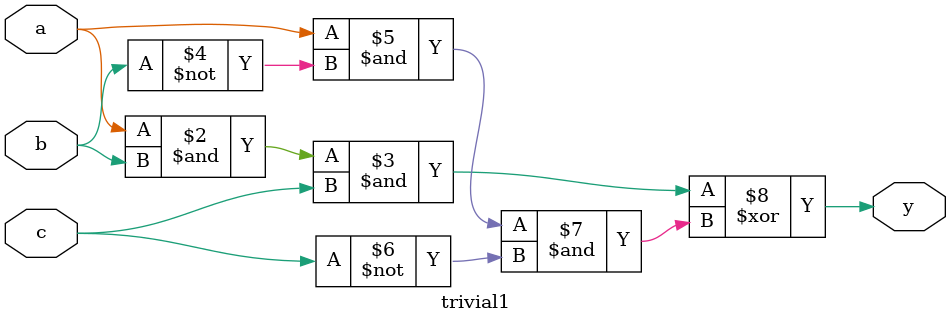
<source format=v>
module trivial1 (
  output reg y,
  input a, b, c
);

always @(*) begin
  y = ((a & b) & c) ^ ((a & ~b) & ~c);
end
endmodule

</source>
